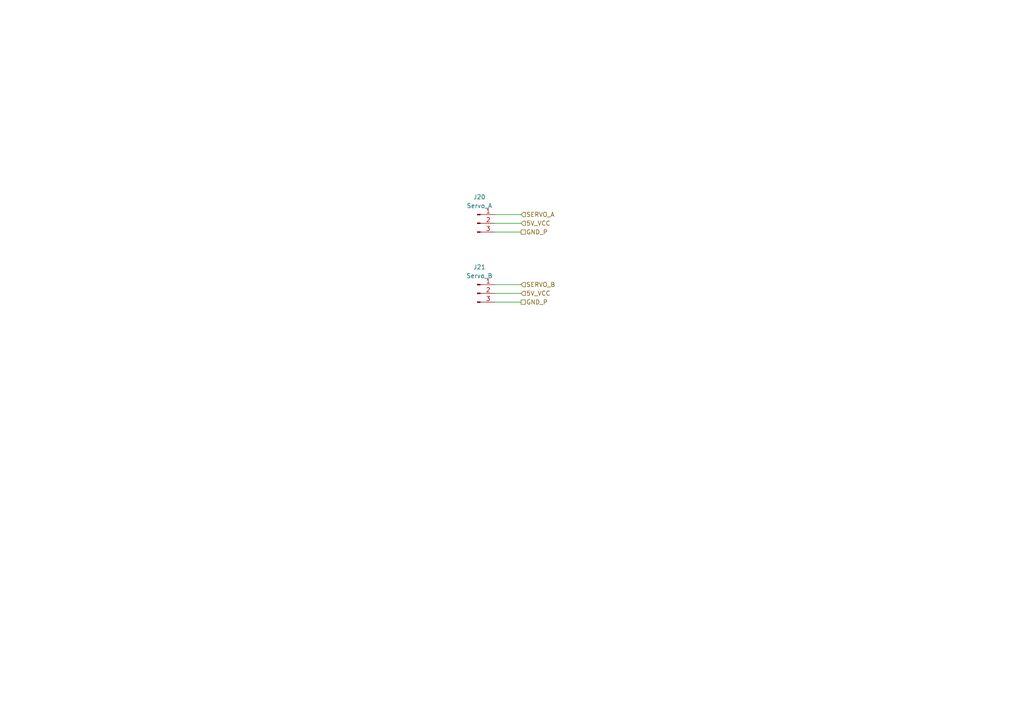
<source format=kicad_sch>
(kicad_sch (version 20230121) (generator eeschema)
  (paper "A4")
  (lib_symbols
    (symbol "Connector:Conn_01x03_Male" (pin_names (offset 1.016) hide)
      (property "Reference" "J" (at 0 5.08 0))
      (property "Value" "Conn_01x03_Male" (at 2.54 -4.191 0))
      (symbol "Conn_01x03_Male_1_1"
        (polyline (pts (xy 1.27 -2.54) (xy 0.8636 -2.54)) (stroke (width 0.1524)))
        (polyline (pts (xy 1.27 0) (xy 0.8636 0)) (stroke (width 0.1524)))
        (polyline (pts (xy 1.27 2.54) (xy 0.8636 2.54)) (stroke (width 0.1524)))
        (rectangle (start 0.8636 -2.413) (end 0 -2.667) (stroke (width 0.1524)) (fill (type outline)))
        (rectangle (start 0.8636 0.127) (end 0 -0.127) (stroke (width 0.1524)) (fill (type outline)))
        (rectangle (start 0.8636 2.667) (end 0 2.413) (stroke (width 0.1524)) (fill (type outline)))
        (pin passive line (at 5.08 2.54 180) (length 3.81) (name "Pin_1") (number "1"))
        (pin passive line (at 5.08 0 180) (length 3.81) (name "Pin_2") (number "2"))
        (pin passive line (at 5.08 -2.54 180) (length 3.81) (name "Pin_3") (number "3"))
      )
    )
  )
  (wire (pts (xy 143.51 82.55) (xy 151.13 82.55)))
  (wire (pts (xy 143.51 87.63) (xy 151.13 87.63)))
  (wire (pts (xy 143.51 67.31) (xy 151.13 67.31)))
  (wire (pts (xy 143.51 62.23) (xy 151.13 62.23)))
  (wire (pts (xy 143.51 64.77) (xy 151.13 64.77)))
  (wire (pts (xy 143.51 85.09) (xy 151.13 85.09)))
  (hierarchical_label "GND_P" (shape passive) (at 151.13 67.31 0))
  (hierarchical_label "5V_VCC" (shape input) (at 151.13 64.77 0))
  (hierarchical_label "GND_P" (shape passive) (at 151.13 87.63 0))
  (hierarchical_label "SERVO_A" (shape input) (at 151.13 62.23 0))
  (hierarchical_label "SERVO_B" (shape input) (at 151.13 82.55 0))
  (hierarchical_label "5V_VCC" (shape input) (at 151.13 85.09 0))
  (symbol (lib_id "Connector:Conn_01x03_Male") (at 138.43 64.77 0) (unit 1)
    (property "Reference" "J20" (at 139.065 57.15 0))
    (property "Value" "Servo_A" (at 139.065 59.69 0))
    (property "Footprint" "Connector_PinHeader_2.54mm:PinHeader_1x03_P2.54mm_Vertical" (effects hide))
  )
  (symbol (lib_id "Connector:Conn_01x03_Male") (at 138.43 85.09 0) (unit 1)
    (property "Reference" "J21" (at 139.065 77.47 0))
    (property "Value" "Servo_B" (at 139.065 80.01 0))
    (property "Footprint" "Connector_PinHeader_2.54mm:PinHeader_1x03_P2.54mm_Vertical" (effects hide))
  )
)
</source>
